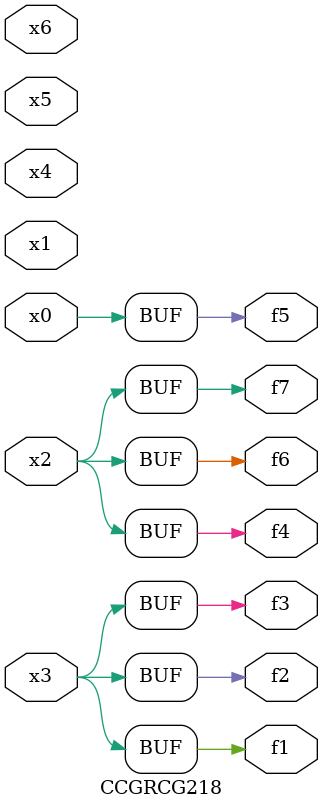
<source format=v>
module CCGRCG218(
	input x0, x1, x2, x3, x4, x5, x6,
	output f1, f2, f3, f4, f5, f6, f7
);
	assign f1 = x3;
	assign f2 = x3;
	assign f3 = x3;
	assign f4 = x2;
	assign f5 = x0;
	assign f6 = x2;
	assign f7 = x2;
endmodule

</source>
